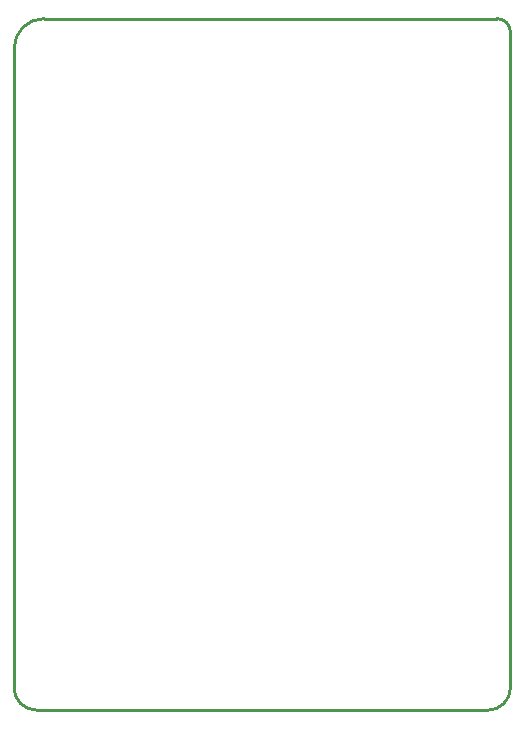
<source format=gm1>
G04*
G04 #@! TF.GenerationSoftware,Altium Limited,Altium Designer,25.6.2 (33)*
G04*
G04 Layer_Color=16711935*
%FSLAX44Y44*%
%MOMM*%
G71*
G04*
G04 #@! TF.SameCoordinates,F49642FE-DF47-4963-9727-11F46748976D*
G04*
G04*
G04 #@! TF.FilePolarity,Positive*
G04*
G01*
G75*
%ADD13C,0.2540*%
D13*
X349250Y157480D02*
G03*
X368300Y138430I19050J0D01*
G01*
X750570D02*
G03*
X769620Y157480I0J19050D01*
G01*
Y712470D02*
G03*
X758190Y723900I-11430J0D01*
G01*
X374650D02*
G03*
X349250Y698500I0J-25400D01*
G01*
Y157480D02*
Y698500D01*
X769620Y157480D02*
Y712470D01*
X374650Y723900D02*
X758190D01*
X368300Y138430D02*
X750570D01*
M02*

</source>
